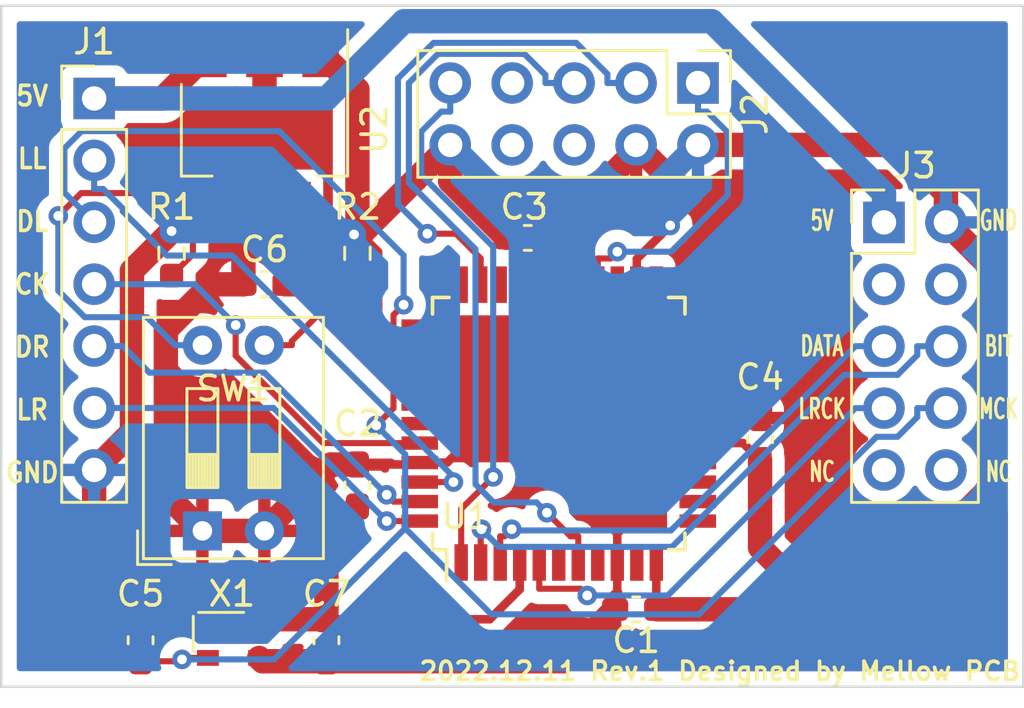
<source format=kicad_pcb>
(kicad_pcb (version 20211014) (generator pcbnew)
  (layers (0 "F.Cu" signal) (31 "B.Cu" signal) (34 "B.Paste" user) (35 "F.Paste" user) (36 "B.SilkS" user "B.Silkscreen") (37 "F.SilkS" user "F.Silkscreen") (38 "B.Mask" user) (39 "F.Mask" user) (44 "Edge.Cuts" user))
  (net 0 "")
  (net 1 "+3.3V")
  (net 2 "GND")
  (net 3 "/I2S_MCK")
  (net 4 "+5V")
  (net 5 "/LL")
  (net 6 "/DL")
  (net 7 "/CK")
  (net 8 "/DR")
  (net 9 "/LR")
  (net 10 "/TCK")
  (net 11 "/TDO")
  (net 12 "/TMS")
  (net 16 "/TDI")
  (net 17 "/I2S_CLK")
  (net 18 "/I2S_DT")
  (net 19 "/I2S_LR")
  (net 21 "/DIP1")
  (net 22 "/DIP2")
  (net 46 "Net-(R1-Pad1)")
  (net 47 "Net-(R2-Pad1)")
  (footprint "Capacitor_SMD:C_0603_1608Metric_Pad1.08x0.95mm_HandSolder" (layer "F.Cu") (at 84.455 105.41 -90)
    (fp_text reference "C2" (at -2.54 0 -180) (layer "F.SilkS"))
    (fp_text value "0.1uF")
    (fp_line (start -0.146267 0.51) (end 0.146267 0.51) (layer "F.SilkS") (width 0.12))
    (fp_line (start -0.146267 -0.51) (end 0.146267 -0.51) (layer "F.SilkS") (width 0.12))
    (pad "1" smd roundrect (at -0.8625 0 270) (size 1.075 0.95) (layers "F.Cu" "F.Paste" "F.Mask") (net 1 "+3.3V"))
    (pad "2" smd roundrect (at 0.8625 0 270) (size 1.075 0.95) (layers "F.Cu" "F.Paste" "F.Mask") (net 2 "GND"))
  )
  (footprint "Capacitor_SMD:C_0603_1608Metric_Pad1.08x0.95mm_HandSolder" (layer "F.Cu") (at 80.645 97.155)
    (fp_text reference "C6" (at 0 -1.43) (layer "F.SilkS"))
    (fp_text value "C")
    (fp_line (start -0.146267 -0.51) (end 0.146267 -0.51) (layer "F.SilkS") (width 0.12))
    (fp_line (start -0.146267 0.51) (end 0.146267 0.51) (layer "F.SilkS") (width 0.12))
    (pad "1" smd roundrect (at -0.8625 0) (size 1.075 0.95) (layers "F.Cu" "F.Paste" "F.Mask") (net 1 "+3.3V"))
    (pad "2" smd roundrect (at 0.8625 0) (size 1.075 0.95) (layers "F.Cu" "F.Paste" "F.Mask") (net 2 "GND"))
  )
  (footprint "Package_QFP:TQFP-44_10x10mm_P0.8mm" (layer "F.Cu") (at 92.71 102.87 90)
    (fp_text reference "U1" (at -3.81 -3.81 180) (layer "F.SilkS"))
    (fp_text value "EPM3064A(TQFP)")
    (fp_line (start 5.175 5.175) (end 4.5 5.175) (layer "F.SilkS") (width 0.15))
    (fp_line (start 5.175 -5.175) (end 5.175 -4.5) (layer "F.SilkS") (width 0.15))
    (fp_line (start -5.175 -5.175) (end -4.5 -5.175) (layer "F.SilkS") (width 0.15))
    (fp_line (start -5.175 -5.175) (end -5.175 -4.6) (layer "F.SilkS") (width 0.15))
    (fp_line (start -5.175 5.175) (end -5.175 4.5) (layer "F.SilkS") (width 0.15))
    (fp_line (start 5.175 5.175) (end 5.175 4.5) (layer "F.SilkS") (width 0.15))
    (fp_line (start 5.175 -5.175) (end 4.5 -5.175) (layer "F.SilkS") (width 0.15))
    (fp_line (start -5.175 -4.6) (end -6.45 -4.6) (layer "F.SilkS") (width 0.15))
    (fp_line (start -5.175 5.175) (end -4.5 5.175) (layer "F.SilkS") (width 0.15))
    (pad "1" smd rect (at -5.7 -4 90) (size 1.5 0.55) (layers "F.Cu" "F.Paste" "F.Mask") (net 16 "/TDI"))
    (pad "2" smd rect (at -5.7 -3.2 90) (size 1.5 0.55) (layers "F.Cu" "F.Paste" "F.Mask") (net 17 "/I2S_CLK"))
    (pad "3" smd rect (at -5.7 -2.4 90) (size 1.5 0.55) (layers "F.Cu" "F.Paste" "F.Mask") (net 18 "/I2S_DT"))
    (pad "4" smd rect (at -5.7 -1.6 90) (size 1.5 0.55) (layers "F.Cu" "F.Paste" "F.Mask") (net 2 "GND"))
    (pad "5" smd rect (at -5.7 -0.8 90) (size 1.5 0.55) (layers "F.Cu" "F.Paste" "F.Mask") (net 19 "/I2S_LR"))
    (pad "6" smd rect (at -5.7 0 90) (size 1.5 0.55) (layers "F.Cu" "F.Paste" "F.Mask"))
    (pad "7" smd rect (at -5.7 0.8 90) (size 1.5 0.55) (layers "F.Cu" "F.Paste" "F.Mask") (net 12 "/TMS"))
    (pad "8" smd rect (at -5.7 1.6 90) (size 1.5 0.55) (layers "F.Cu" "F.Paste" "F.Mask") (net 21 "/DIP1"))
    (pad "9" smd rect (at -5.7 2.4 90) (size 1.5 0.55) (layers "F.Cu" "F.Paste" "F.Mask") (net 1 "+3.3V"))
    (pad "10" smd rect (at -5.7 3.2 90) (size 1.5 0.55) (layers "F.Cu" "F.Paste" "F.Mask") (net 22 "/DIP2"))
    (pad "11" smd rect (at -5.7 4 90) (size 1.5 0.55) (layers "F.Cu" "F.Paste" "F.Mask") (net 2 "GND"))
    (pad "12" smd rect (at -4 5.7 180) (size 1.5 0.55) (layers "F.Cu" "F.Paste" "F.Mask"))
    (pad "13" smd rect (at -3.2 5.7 180) (size 1.5 0.55) (layers "F.Cu" "F.Paste" "F.Mask"))
    (pad "14" smd rect (at -2.4 5.7 180) (size 1.5 0.55) (layers "F.Cu" "F.Paste" "F.Mask"))
    (pad "15" smd rect (at -1.6 5.7 180) (size 1.5 0.55) (layers "F.Cu" "F.Paste" "F.Mask"))
    (pad "16" smd rect (at -0.8 5.7 180) (size 1.5 0.55) (layers "F.Cu" "F.Paste" "F.Mask") (net 2 "GND"))
    (pad "17" smd rect (at 0 5.7 180) (size 1.5 0.55) (layers "F.Cu" "F.Paste" "F.Mask") (net 1 "+3.3V"))
    (pad "18" smd rect (at 0.8 5.7 180) (size 1.5 0.55) (layers "F.Cu" "F.Paste" "F.Mask"))
    (pad "19" smd rect (at 1.6 5.7 180) (size 1.5 0.55) (layers "F.Cu" "F.Paste" "F.Mask"))
    (pad "20" smd rect (at 2.4 5.7 180) (size 1.5 0.55) (layers "F.Cu" "F.Paste" "F.Mask"))
    (pad "21" smd rect (at 3.2 5.7 180) (size 1.5 0.55) (layers "F.Cu" "F.Paste" "F.Mask"))
    (pad "22" smd rect (at 4 5.7 180) (size 1.5 0.55) (layers "F.Cu" "F.Paste" "F.Mask"))
    (pad "23" smd rect (at 5.7 4 90) (size 1.5 0.55) (layers "F.Cu" "F.Paste" "F.Mask"))
    (pad "24" smd rect (at 5.7 3.2 90) (size 1.5 0.55) (layers "F.Cu" "F.Paste" "F.Mask") (net 2 "GND"))
    (pad "25" smd rect (at 5.7 2.4 90) (size 1.5 0.55) (layers "F.Cu" "F.Paste" "F.Mask"))
    (pad "26" smd rect (at 5.7 1.6 90) (size 1.5 0.55) (layers "F.Cu" "F.Paste" "F.Mask") (net 10 "/TCK"))
    (pad "27" smd rect (at 5.7 0.8 90) (size 1.5 0.55) (layers "F.Cu" "F.Paste" "F.Mask"))
    (pad "28" smd rect (at 5.7 0 90) (size 1.5 0.55) (layers "F.Cu" "F.Paste" "F.Mask"))
    (pad "29" smd rect (at 5.7 -0.8 90) (size 1.5 0.55) (layers "F.Cu" "F.Paste" "F.Mask") (net 1 "+3.3V"))
    (pad "30" smd rect (at 5.7 -1.6 90) (size 1.5 0.55) (layers "F.Cu" "F.Paste" "F.Mask") (net 2 "GND"))
    (pad "31" smd rect (at 5.7 -2.4 90) (size 1.5 0.55) (layers "F.Cu" "F.Paste" "F.Mask"))
    (pad "32" smd rect (at 5.7 -3.2 90) (size 1.5 0.55) (layers "F.Cu" "F.Paste" "F.Mask") (net 11 "/TDO"))
    (pad "33" smd rect (at 5.7 -4 90) (size 1.5 0.55) (layers "F.Cu" "F.Paste" "F.Mask"))
    (pad "34" smd rect (at 4 -5.7 180) (size 1.5 0.55) (layers "F.Cu" "F.Paste" "F.Mask"))
    (pad "35" smd rect (at 3.2 -5.7 180) (size 1.5 0.55) (layers "F.Cu" "F.Paste" "F.Mask") (net 6 "/DL"))
    (pad "36" smd rect (at 2.4 -5.7 180) (size 1.5 0.55) (layers "F.Cu" "F.Paste" "F.Mask") (net 2 "GND"))
    (pad "37" smd rect (at 1.6 -5.7 180) (size 1.5 0.55) (layers "F.Cu" "F.Paste" "F.Mask") (net 3 "/I2S_MCK"))
    (pad "38" smd rect (at 0.8 -5.7 180) (size 1.5 0.55) (layers "F.Cu" "F.Paste" "F.Mask"))
    (pad "39" smd rect (at 0 -5.7 180) (size 1.5 0.55) (layers "F.Cu" "F.Paste" "F.Mask"))
    (pad "40" smd rect (at -0.8 -5.7 180) (size 1.5 0.55) (layers "F.Cu" "F.Paste" "F.Mask") (net 7 "/CK"))
    (pad "41" smd rect (at -1.6 -5.7 180) (size 1.5 0.55) (layers "F.Cu" "F.Paste" "F.Mask") (net 1 "+3.3V"))
    (pad "42" smd rect (at -2.4 -5.7 180) (size 1.5 0.55) (layers "F.Cu" "F.Paste" "F.Mask") (net 5 "/LL"))
    (pad "43" smd rect (at -3.2 -5.7 180) (size 1.5 0.55) (layers "F.Cu" "F.Paste" "F.Mask") (net 8 "/DR"))
    (pad "44" smd rect (at -4 -5.7 180) (size 1.5 0.55) (layers "F.Cu" "F.Paste" "F.Mask") (net 9 "/LR"))
  )
  (footprint "Connector_PinHeader_2.54mm:PinHeader_2x05_P2.54mm_Vertical" (layer "F.Cu") (at 98.42 88.895 -90)
    (fp_text reference "J2" (at 1.27 -2.33 90) (layer "F.SilkS"))
    (fp_text value "JTAG")
    (fp_line (start 1.27 -1.33) (end 3.87 -1.33) (layer "F.SilkS") (width 0.12))
    (fp_line (start 3.87 -1.33) (end 3.87 11.49) (layer "F.SilkS") (width 0.12))
    (fp_line (start -1.33 1.27) (end 1.27 1.27) (layer "F.SilkS") (width 0.12))
    (fp_line (start -1.33 11.49) (end 3.87 11.49) (layer "F.SilkS") (width 0.12))
    (fp_line (start -1.33 -1.33) (end 0 -1.33) (layer "F.SilkS") (width 0.12))
    (fp_line (start 1.27 1.27) (end 1.27 -1.33) (layer "F.SilkS") (width 0.12))
    (fp_line (start -1.33 1.27) (end -1.33 11.49) (layer "F.SilkS") (width 0.12))
    (fp_line (start -1.33 0) (end -1.33 -1.33) (layer "F.SilkS") (width 0.12))
    (pad "1" thru_hole rect (at 0 0 270) (size 1.7 1.7) (drill 1) (layers *.Cu *.Mask) (net 10 "/TCK"))
    (pad "2" thru_hole oval (at 2.54 0 270) (size 1.7 1.7) (drill 1) (layers *.Cu *.Mask) (net 2 "GND"))
    (pad "3" thru_hole oval (at 0 2.54 270) (size 1.7 1.7) (drill 1) (layers *.Cu *.Mask) (net 11 "/TDO"))
    (pad "4" thru_hole oval (at 2.54 2.54 270) (size 1.7 1.7) (drill 1) (layers *.Cu *.Mask) (net 1 "+3.3V"))
    (pad "5" thru_hole oval (at 0 5.08 270) (size 1.7 1.7) (drill 1) (layers *.Cu *.Mask) (net 12 "/TMS"))
    (pad "6" thru_hole oval (at 2.54 5.08 270) (size 1.7 1.7) (drill 1) (layers *.Cu *.Mask))
    (pad "7" thru_hole oval (at 0 7.62 270) (size 1.7 1.7) (drill 1) (layers *.Cu *.Mask))
    (pad "8" thru_hole oval (at 2.54 7.62 270) (size 1.7 1.7) (drill 1) (layers *.Cu *.Mask))
    (pad "9" thru_hole oval (at 0 10.16 270) (size 1.7 1.7) (drill 1) (layers *.Cu *.Mask) (net 16 "/TDI"))
    (pad "10" thru_hole oval (at 2.54 10.16 270) (size 1.7 1.7) (drill 1) (layers *.Cu *.Mask) (net 2 "GND"))
  )
  (footprint "Capacitor_SMD:C_0603_1608Metric_Pad1.08x0.95mm_HandSolder" (layer "F.Cu") (at 91.44 95.25 180)
    (fp_text reference "C3" (at 0.146267 1.27) (layer "F.SilkS"))
    (fp_text value "0.1uF")
    (fp_line (start -0.146267 -0.51) (end 0.146267 -0.51) (layer "F.SilkS") (width 0.12))
    (fp_line (start -0.146267 0.51) (end 0.146267 0.51) (layer "F.SilkS") (width 0.12))
    (pad "1" smd roundrect (at -0.8625 0 180) (size 1.075 0.95) (layers "F.Cu" "F.Paste" "F.Mask") (net 1 "+3.3V"))
    (pad "2" smd roundrect (at 0.8625 0 180) (size 1.075 0.95) (layers "F.Cu" "F.Paste" "F.Mask") (net 2 "GND"))
  )
  (footprint "Button_Switch_THT:SW_DIP_SPSTx02_Slide_9.78x7.26mm_W7.62mm_P2.54mm" (layer "F.Cu") (at 78.1 107.2725 90)
    (fp_text reference "SW1" (at 5.84 1.275 180) (layer "F.SilkS"))
    (fp_text value "MODE")
    (fp_line (start -1.38 -2.66) (end -1.38 -1.277) (layer "F.SilkS") (width 0.12))
    (fp_line (start 5.84 0.635) (end 5.84 -0.635) (layer "F.SilkS") (width 0.12))
    (fp_line (start 1.78 2.145) (end 3.133333 2.145) (layer "F.SilkS") (width 0.12))
    (fp_line (start 1.78 0.635) (end 5.84 0.635) (layer "F.SilkS") (width 0.12))
    (fp_line (start 1.78 3.175) (end 5.84 3.175) (layer "F.SilkS") (width 0.12))
    (fp_line (start 1.78 2.625) (end 3.133333 2.625) (layer "F.SilkS") (width 0.12))
    (fp_line (start 1.78 -0.155) (end 3.133333 -0.155) (layer "F.SilkS") (width 0.12))
    (fp_line (start 1.78 2.505) (end 3.133333 2.505) (layer "F.SilkS") (width 0.12))
    (fp_line (start 1.78 -0.515) (end 3.133333 -0.515) (layer "F.SilkS") (width 0.12))
    (fp_line (start 1.78 2.025) (end 3.133333 2.025) (layer "F.SilkS") (width 0.12))
    (fp_line (start 1.78 2.265) (end 3.133333 2.265) (layer "F.SilkS") (width 0.12))
    (fp_line (start 1.78 -0.635) (end 1.78 0.635) (layer "F.SilkS") (width 0.12))
    (fp_line (start 1.78 2.745) (end 3.133333 2.745) (layer "F.SilkS") (width 0.12))
    (fp_line (start 5.84 3.175) (end 5.84 1.905) (layer "F.SilkS") (width 0.12))
    (fp_line (start 1.78 -0.035) (end 3.133333 -0.035) (layer "F.SilkS") (width 0.12))
    (fp_line (start -1.14 4.96) (end 8.76 4.96) (layer "F.SilkS") (width 0.12))
    (fp_line (start 3.133333 1.905) (end 3.133333 3.175) (layer "F.SilkS") (width 0.12))
    (fp_line (start 1.78 -0.395) (end 3.133333 -0.395) (layer "F.SilkS") (width 0.12))
    (fp_line (start 1.78 0.565) (end 3.133333 0.565) (layer "F.SilkS") (width 0.12))
    (fp_line (start 8.76 -2.42) (end 8.76 4.96) (layer "F.SilkS") (width 0.12))
    (fp_line (start 1.78 2.985) (end 3.133333 2.985) (layer "F.SilkS") (width 0.12))
    (fp_line (start 1.78 0.445) (end 3.133333 0.445) (layer "F.SilkS") (width 0.12))
    (fp_line (start -1.14 -2.42) (end 8.76 -2.42) (layer "F.SilkS") (width 0.12))
    (fp_line (start 1.78 -0.275) (end 3.133333 -0.275) (layer "F.SilkS") (width 0.12))
    (fp_line (start -1.14 -2.42) (end -1.14 4.96) (layer "F.SilkS") (width 0.12))
    (fp_line (start 1.78 1.905) (end 1.78 3.175) (layer "F.SilkS") (width 0.12))
    (fp_line (start 1.78 2.385) (end 3.133333 2.385) (layer "F.SilkS") (width 0.12))
    (fp_line (start 1.78 2.865) (end 3.133333 2.865) (layer "F.SilkS") (width 0.12))
    (fp_line (start 1.78 0.205) (end 3.133333 0.205) (layer "F.SilkS") (width 0.12))
    (fp_line (start 1.78 0.325) (end 3.133333 0.325) (layer "F.SilkS") (width 0.12))
    (fp_line (start 3.133333 -0.635) (end 3.133333 0.635) (layer "F.SilkS") (width 0.12))
    (fp_line (start 1.78 0.085) (end 3.133333 0.085) (layer "F.SilkS") (width 0.12))
    (fp_line (start -1.38 -2.66) (end 0.004 -2.66) (layer "F.SilkS") (width 0.12))
    (fp_line (start 5.84 -0.635) (end 1.78 -0.635) (layer "F.SilkS") (width 0.12))
    (fp_line (start 1.78 3.105) (end 3.133333 3.105) (layer "F.SilkS") (width 0.12))
    (fp_line (start 5.84 1.905) (end 1.78 1.905) (layer "F.SilkS") (width 0.12))
    (pad "1" thru_hole rect (at 0 0 90) (size 1.6 1.6) (drill 0.8) (layers *.Cu *.Mask) (net 1 "+3.3V"))
    (pad "2" thru_hole oval (at 0 2.54 90) (size 1.6 1.6) (drill 0.8) (layers *.Cu *.Mask) (net 1 "+3.3V"))
    (pad "3" thru_hole oval (at 7.62 2.54 90) (size 1.6 1.6) (drill 0.8) (layers *.Cu *.Mask) (net 47 "Net-(R2-Pad1)"))
    (pad "4" thru_hole oval (at 7.62 0 90) (size 1.6 1.6) (drill 0.8) (layers *.Cu *.Mask) (net 46 "Net-(R1-Pad1)"))
  )
  (footprint "Resistor_SMD:R_0603_1608Metric_Pad0.98x0.95mm_HandSolder" (layer "F.Cu") (at 84.455 95.885 90)
    (fp_text reference "R2" (at 1.905 0 180) (layer "F.SilkS"))
    (fp_text value "10k")
    (fp_line (start -0.254724 0.5225) (end 0.254724 0.5225) (layer "F.SilkS") (width 0.12))
    (fp_line (start -0.254724 -0.5225) (end 0.254724 -0.5225) (layer "F.SilkS") (width 0.12))
    (pad "1" smd roundrect (at -0.9125 0 90) (size 0.975 0.95) (layers "F.Cu" "F.Paste" "F.Mask") (net 47 "Net-(R2-Pad1)"))
    (pad "2" smd roundrect (at 0.9125 0 90) (size 0.975 0.95) (layers "F.Cu" "F.Paste" "F.Mask") (net 2 "GND"))
  )
  (footprint "Capacitor_SMD:C_0603_1608Metric_Pad1.08x0.95mm_HandSolder" (layer "F.Cu") (at 95.885 110.49)
    (fp_text reference "C1" (at 0 1.27) (layer "F.SilkS"))
    (fp_text value "0.1uF")
    (fp_line (start -0.146267 0.51) (end 0.146267 0.51) (layer "F.SilkS") (width 0.12))
    (fp_line (start -0.146267 -0.51) (end 0.146267 -0.51) (layer "F.SilkS") (width 0.12))
    (pad "1" smd roundrect (at -0.8625 0) (size 1.075 0.95) (layers "F.Cu" "F.Paste" "F.Mask") (net 1 "+3.3V"))
    (pad "2" smd roundrect (at 0.8625 0) (size 1.075 0.95) (layers "F.Cu" "F.Paste" "F.Mask") (net 2 "GND"))
  )
  (footprint "toyoshim:SMD_OSC_3.2x2.5" (layer "F.Cu") (at 79.375 111.76)
    (fp_text reference "X1" (at -0.0685 -1.905) (layer "F.SilkS"))
    (fp_text value "22.5792MHz")
    (fp_line (start -1.433 -1.143) (end 0.417 -1.143) (layer "F.SilkS") (width 0.12))
    (fp_line (start -1.651 -0.979) (end -1.651 0.471) (layer "F.SilkS") (width 0.12))
    (pad "1" smd rect (at -1.05 -0.725 180) (size 0.9 0.65) (layers "F.Cu" "F.Paste" "F.Mask"))
    (pad "2" smd rect (at 1.05 -0.725 180) (size 0.9 0.65) (layers "F.Cu" "F.Paste" "F.Mask") (net 2 "GND"))
    (pad "3" smd rect (at -1.05 0.725 180) (size 0.9 0.65) (layers "F.Cu" "F.Paste" "F.Mask") (net 3 "/I2S_MCK"))
    (pad "4" smd rect (at 1.05 0.725 180) (size 0.9 0.65) (layers "F.Cu" "F.Paste" "F.Mask") (net 1 "+3.3V"))
  )
  (footprint "Connector_PinHeader_2.54mm:PinHeader_1x07_P2.54mm_Vertical" (layer "F.Cu") (at 73.66 89.53)
    (fp_text reference "J1" (at 0 -2.33) (layer "F.SilkS"))
    (fp_text value "054986")
    (fp_line (start -1.33 1.27) (end 1.33 1.27) (layer "F.SilkS") (width 0.12))
    (fp_line (start 1.33 1.27) (end 1.33 16.57) (layer "F.SilkS") (width 0.12))
    (fp_line (start -1.33 0) (end -1.33 -1.33) (layer "F.SilkS") (width 0.12))
    (fp_line (start -1.33 1.27) (end -1.33 16.57) (layer "F.SilkS") (width 0.12))
    (fp_line (start -1.33 -1.33) (end 0 -1.33) (layer "F.SilkS") (width 0.12))
    (fp_line (start -1.33 16.57) (end 1.33 16.57) (layer "F.SilkS") (width 0.12))
    (pad "1" thru_hole rect (at 0 0) (size 1.7 1.7) (drill 1) (layers *.Cu *.Mask) (net 4 "+5V"))
    (pad "2" thru_hole oval (at 0 2.54) (size 1.7 1.7) (drill 1) (layers *.Cu *.Mask) (net 5 "/LL"))
    (pad "3" thru_hole oval (at 0 5.08) (size 1.7 1.7) (drill 1) (layers *.Cu *.Mask) (net 6 "/DL"))
    (pad "4" thru_hole oval (at 0 7.62) (size 1.7 1.7) (drill 1) (layers *.Cu *.Mask) (net 7 "/CK"))
    (pad "5" thru_hole oval (at 0 10.16) (size 1.7 1.7) (drill 1) (layers *.Cu *.Mask) (net 8 "/DR"))
    (pad "6" thru_hole oval (at 0 12.7) (size 1.7 1.7) (drill 1) (layers *.Cu *.Mask) (net 9 "/LR"))
    (pad "7" thru_hole oval (at 0 15.24) (size 1.7 1.7) (drill 1) (layers *.Cu *.Mask) (net 2 "GND"))
  )
  (footprint "Resistor_SMD:R_0603_1608Metric_Pad0.98x0.95mm_HandSolder" (layer "F.Cu") (at 76.835 95.885 90)
    (fp_text reference "R1" (at 1.905 0 180) (layer "F.SilkS"))
    (fp_text value "10k")
    (fp_line (start -0.254724 0.5225) (end 0.254724 0.5225) (layer "F.SilkS") (width 0.12))
    (fp_line (start -0.254724 -0.5225) (end 0.254724 -0.5225) (layer "F.SilkS") (width 0.12))
    (pad "1" smd roundrect (at -0.9125 0 90) (size 0.975 0.95) (layers "F.Cu" "F.Paste" "F.Mask") (net 46 "Net-(R1-Pad1)"))
    (pad "2" smd roundrect (at 0.9125 0 90) (size 0.975 0.95) (layers "F.Cu" "F.Paste" "F.Mask") (net 2 "GND"))
  )
  (footprint "Connector_PinHeader_2.54mm:PinHeader_2x05_P2.54mm_Vertical" (layer "F.Cu") (at 106.045 94.615)
    (fp_text reference "J3" (at 1.27 -2.33) (layer "F.SilkS"))
    (fp_text value "I2S")
    (fp_line (start -1.33 -1.33) (end 0 -1.33) (layer "F.SilkS") (width 0.12))
    (fp_line (start 1.27 1.27) (end 1.27 -1.33) (layer "F.SilkS") (width 0.12))
    (fp_line (start -1.33 1.27) (end -1.33 11.49) (layer "F.SilkS") (width 0.12))
    (fp_line (start 1.27 -1.33) (end 3.87 -1.33) (layer "F.SilkS") (width 0.12))
    (fp_line (start -1.33 11.49) (end 3.87 11.49) (layer "F.SilkS") (width 0.12))
    (fp_line (start -1.33 0) (end -1.33 -1.33) (layer "F.SilkS") (width 0.12))
    (fp_line (start -1.33 1.27) (end 1.27 1.27) (layer "F.SilkS") (width 0.12))
    (fp_line (start 3.87 -1.33) (end 3.87 11.49) (layer "F.SilkS") (width 0.12))
    (pad "1" thru_hole rect (at 0 0) (size 1.7 1.7) (drill 1) (layers *.Cu *.Mask) (net 4 "+5V"))
    (pad "2" thru_hole oval (at 2.54 0) (size 1.7 1.7) (drill 1) (layers *.Cu *.Mask) (net 2 "GND"))
    (pad "3" thru_hole oval (at 0 2.54) (size 1.7 1.7) (drill 1) (layers *.Cu *.Mask))
    (pad "4" thru_hole oval (at 2.54 2.54) (size 1.7 1.7) (drill 1) (layers *.Cu *.Mask))
    (pad "5" thru_hole oval (at 0 5.08) (size 1.7 1.7) (drill 1) (layers *.Cu *.Mask) (net 18 "/I2S_DT"))
    (pad "6" thru_hole oval (at 2.54 5.08) (size 1.7 1.7) (drill 1) (layers *.Cu *.Mask) (net 17 "/I2S_CLK"))
    (pad "7" thru_hole oval (at 0 7.62) (size 1.7 1.7) (drill 1) (layers *.Cu *.Mask) (net 19 "/I2S_LR"))
    (pad "8" thru_hole oval (at 2.54 7.62) (size 1.7 1.7) (drill 1) (layers *.Cu *.Mask) (net 3 "/I2S_MCK"))
    (pad "9" thru_hole oval (at 0 10.16) (size 1.7 1.7) (drill 1) (layers *.Cu *.Mask))
    (pad "10" thru_hole oval (at 2.54 10.16) (size 1.7 1.7) (drill 1) (layers *.Cu *.Mask))
  )
  (footprint "Package_TO_SOT_SMD:SOT-223-3_TabPin2" (layer "F.Cu") (at 80.645 90.805 -90)
    (fp_text reference "U2" (at 0 -4.5 90) (layer "F.SilkS"))
    (fp_text value "AMS1117-3.3")
    (fp_line (start 1.91 -3.41) (end 1.91 -2.15) (layer "F.SilkS") (width 0.12))
    (fp_line (start -4.1 -3.41) (end 1.91 -3.41) (layer "F.SilkS") (width 0.12))
    (fp_line (start -1.85 3.41) (end 1.91 3.41) (layer "F.SilkS") (width 0.12))
    (fp_line (start 1.91 3.41) (end 1.91 2.15) (layer "F.SilkS") (width 0.12))
    (pad "1" smd rect (at -3.15 -2.3 270) (size 2 1.5) (layers "F.Cu" "F.Paste" "F.Mask") (net 2 "GND"))
    (pad "2" smd rect (at -3.15 0 270) (size 2 1.5) (layers "F.Cu" "F.Paste" "F.Mask") (net 1 "+3.3V"))
    (pad "2" smd rect (at 3.15 0 270) (size 2 3.8) (layers "F.Cu" "F.Paste" "F.Mask") (net 1 "+3.3V"))
    (pad "3" smd rect (at -3.15 2.3 270) (size 2 1.5) (layers "F.Cu" "F.Paste" "F.Mask") (net 4 "+5V"))
  )
  (footprint "Capacitor_SMD:C_0603_1608Metric_Pad1.08x0.95mm_HandSolder" (layer "F.Cu") (at 83.185 111.76 90)
    (fp_text reference "C7" (at 1.905 0 180) (layer "F.SilkS"))
    (fp_text value "C")
    (fp_line (start -0.146267 0.51) (end 0.146267 0.51) (layer "F.SilkS") (width 0.12))
    (fp_line (start -0.146267 -0.51) (end 0.146267 -0.51) (layer "F.SilkS") (width 0.12))
    (pad "1" smd roundrect (at -0.8625 0 90) (size 1.075 0.95) (layers "F.Cu" "F.Paste" "F.Mask") (net 1 "+3.3V"))
    (pad "2" smd roundrect (at 0.8625 0 90) (size 1.075 0.95) (layers "F.Cu" "F.Paste" "F.Mask") (net 2 "GND"))
  )
  (footprint "Capacitor_SMD:C_0603_1608Metric_Pad1.08x0.95mm_HandSolder" (layer "F.Cu") (at 75.565 111.76 90)
    (fp_text reference "C5" (at 1.905 0 180) (layer "F.SilkS"))
    (fp_text value "15pF")
    (fp_line (start -0.146267 0.51) (end 0.146267 0.51) (layer "F.SilkS") (width 0.12))
    (fp_line (start -0.146267 -0.51) (end 0.146267 -0.51) (layer "F.SilkS") (width 0.12))
    (pad "1" smd roundrect (at -0.8625 0 90) (size 1.075 0.95) (layers "F.Cu" "F.Paste" "F.Mask") (net 3 "/I2S_MCK"))
    (pad "2" smd roundrect (at 0.8625 0 90) (size 1.075 0.95) (layers "F.Cu" "F.Paste" "F.Mask") (net 2 "GND"))
  )
  (footprint "Capacitor_SMD:C_0603_1608Metric_Pad1.08x0.95mm_HandSolder" (layer "F.Cu") (at 100.965 103.505 -90)
    (fp_text reference "C4" (at -2.54 0 180) (layer "F.SilkS"))
    (fp_text value "0.1uF")
    (fp_line (start -0.146267 -0.51) (end 0.146267 -0.51) (layer "F.SilkS") (width 0.12))
    (fp_line (start -0.146267 0.51) (end 0.146267 0.51) (layer "F.SilkS") (width 0.12))
    (pad "1" smd roundrect (at -0.8625 0 270) (size 1.075 0.95) (layers "F.Cu" "F.Paste" "F.Mask") (net 1 "+3.3V"))
    (pad "2" smd roundrect (at 0.8625 0 270) (size 1.075 0.95) (layers "F.Cu" "F.Paste" "F.Mask") (net 2 "GND"))
  )
  (gr_line (start 111.76 85.725) (end 111.76 113.665) (layer "Edge.Cuts") (width 0.1))
  (gr_line (start 69.85 113.665) (end 69.85 85.725) (layer "Edge.Cuts") (width 0.1))
  (gr_line (start 69.85 85.725) (end 111.76 85.725) (layer "Edge.Cuts") (width 0.1))
  (gr_line (start 111.76 113.665) (end 69.85 113.665) (layer "Edge.Cuts") (width 0.1))
  (gr_text "5V\n\n\n\nDATA\n\nLRCK\n\nNC" (at 103.505 99.695) (layer "F.SilkS") (effects (font (size 0.8 0.5) (thickness 0.125))))
  (gr_text "2022.12.11 Rev.1 Designed by Mellow PCB" (at 99.314 113.03) (layer "F.SilkS") (effects (font (size 0.75 0.75))))
  (gr_text "5V\n\nLL\n\nDL\n\nCK\n\nDR\n\nLR\n\nGND" (at 71.12 97.155) (layer "F.SilkS") (effects (font (size 0.8 0.7))))
  (gr_text "GND\n\n\n\nBIT\n\nMCK\n\nNC" (at 110.744 99.695) (layer "F.SilkS") (effects (font (size 0.8 0.5) (thickness 0.125))))
  (segment (start 97.31 102.87) (end 95.71 104.47) (width 0.35) (layer "F.Cu") (net 1))
  (segment (start 78.1 107.272) (end 80.6395 107.272) (width 1) (layer "F.Cu") (net 1))
  (segment (start 95.0225 110.49) (end 92.89 112.622) (width 1) (layer "F.Cu") (net 1))
  (segment (start 95.71 104.47) (end 95.525 104.285) (width 0.35) (layer "F.Cu") (net 1))
  (segment (start 100.8515 102.756) (end 100.965 102.642) (width 0.35) (layer "F.Cu") (net 1))
  (segment (start 83.1855 112.622) (end 83.185 112.6225) (width 0.35) (layer "F.Cu") (net 1))
  (segment (start 80.645 93.955) (end 79.7825 94.8175) (width 1) (layer "F.Cu") (net 1))
  (segment (start 95.88 91.6725) (end 92.3025 95.25) (width 1) (layer "F.Cu") (net 1))
  (segment (start 98.41 102.87) (end 100.738 102.87) (width 0.35) (layer "F.Cu") (net 1))
  (segment (start 80.6395 107.272) (end 80.64 107.2725) (width 0.35) (layer "F.Cu") (net 1))
  (segment (start 95.11 105.07) (end 95.11 108.57) (width 0.35) (layer "F.Cu") (net 1))
  (segment (start 79.7825 94.8175) (end 79.7825 97.155) (width 1) (layer "F.Cu") (net 1))
  (segment (start 95.71 104.47) (end 95.11 105.07) (width 0.35) (layer "F.Cu") (net 1))
  (segment (start 87.01 104.47) (end 88.1353 104.47) (width 0.35) (layer "F.Cu") (net 1))
  (segment (start 95.88 91.435) (end 100.965 96.52) (width 1) (layer "F.Cu") (net 1))
  (segment (start 100.965 96.52) (end 100.965 102.642) (width 1) (layer "F.Cu") (net 1))
  (segment (start 84.4555 104.548) (end 84.455 104.5475) (width 0.35) (layer "F.Cu") (net 1))
  (segment (start 95.88 91.435) (end 95.88 91.6725) (width 1) (layer "F.Cu") (net 1))
  (segment (start 80.64 107.272) (end 83.365 104.548) (width 1) (layer "F.Cu") (net 1))
  (segment (start 84.4555 104.548) (end 86.9325 104.548) (width 0.35) (layer "F.Cu") (net 1))
  (segment (start 80.645 87.655) (end 80.645 93.955) (width 1) (layer "F.Cu") (net 1))
  (segment (start 76.6 99.0312) (end 76.6 105.772) (width 1) (layer "F.Cu") (net 1))
  (segment (start 78.4762 97.155) (end 76.6 99.0312) (width 1) (layer "F.Cu") (net 1))
  (segment (start 80.5625 112.622) (end 80.425 112.485) (width 1) (layer "F.Cu") (net 1))
  (segment (start 86.9325 104.548) (end 87.01 104.47) (width 0.35) (layer "F.Cu") (net 1))
  (segment (start 95.525 104.285) (end 88.3203 104.285) (width 0.35) (layer "F.Cu") (net 1))
  (segment (start 91.91 95.6425) (end 92.3025 95.25) (width 0.35) (layer "F.Cu") (net 1))
  (segment (start 76.6 105.772) (end 78.1 107.272) (width 1) (layer "F.Cu") (net 1))
  (segment (start 83.1855 112.622) (end 80.5625 112.622) (width 1) (layer "F.Cu") (net 1))
  (segment (start 88.3203 104.285) (end 88.1353 104.47) (width 0.35) (layer "F.Cu") (net 1))
  (segment (start 100.738 102.87) (end 100.8515 102.756) (width 0.35) (layer "F.Cu") (net 1))
  (segment (start 79.7825 97.155) (end 78.4762 97.155) (width 1) (layer "F.Cu") (net 1))
  (segment (start 91.91 97.17) (end 91.91 95.6425) (width 0.35) (layer "F.Cu") (net 1))
  (segment (start 80.6395 107.272) (end 80.64 107.272) (width 1) (layer "F.Cu") (net 1))
  (segment (start 100.8515 102.756) (end 100.965 102.6425) (width 0.35) (layer "F.Cu") (net 1))
  (segment (start 95.11 108.57) (end 95.11 110.402) (width 0.35) (layer "F.Cu") (net 1))
  (segment (start 98.41 102.87) (end 97.31 102.87) (width 0.35) (layer "F.Cu") (net 1))
  (segment (start 83.365 104.548) (end 84.455 104.548) (width 1) (layer "F.Cu") (net 1))
  (segment (start 95.11 110.402) (end 95.0225 110.49) (width 0.35) (layer "F.Cu") (net 1))
  (segment (start 92.89 112.622) (end 83.1855 112.622) (width 1) (layer "F.Cu") (net 1))
  (segment (start 78.1 107.272) (end 78.1 107.2725) (width 0.35) (layer "F.Cu") (net 1))
  (segment (start 84.455 104.548) (end 84.4555 104.548) (width 0.35) (layer "F.Cu") (net 1))
  (segment (start 83.185 110.8975) (end 83.185 107.542) (width 1) (layer "F.Cu") (net 2))
  (segment (start 91.11 95.7825) (end 90.5775 95.25) (width 0.35) (layer "F.Cu") (net 2))
  (segment (start 75.21 103.22) (end 75.21 96.5975) (width 1) (layer "F.Cu") (net 2))
  (segment (start 83.185 110.898) (end 80.5625 110.898) (width 1) (layer "F.Cu") (net 2))
  (segment (start 84.3162 95.1112) (end 84.455 94.9725) (width 1) (layer "F.Cu") (net 2))
  (segment (start 88.26 92.9325) (end 90.5775 95.25) (width 1) (layer "F.Cu") (net 2))
  (segment (start 83.8205 106.907) (end 84.455 106.2725) (width 0.35) (layer "F.Cu") (net 2))
  (segment (start 83.185 107.542) (end 83.82 106.907) (width 1) (layer "F.Cu") (net 2))
  (segment (start 98.41 103.67) (end 100.268 103.67) (width 0.35) (layer "F.Cu") (net 2))
  (segment (start 82.945 87.655) (end 84.455 89.165) (width 1) (layer "F.Cu") (net 2))
  (segment (start 105.41 110.49) (end 103.505 110.49) (width 1) (layer "F.Cu") (net 2))
  (segment (start 79.4 110.01) (end 80.425 111.035) (width 1) (layer "F.Cu") (net 2))
  (segment (start 87.01 100.47) (end 85.91 100.47) (width 0.35) (layer "F.Cu") (net 2))
  (segment (start 106.607 91.435) (end 108.585 93.4129) (width 1) (layer "F.Cu") (net 2))
  (segment (start 76.0085 110.454) (end 75.565 110.8975) (width 0.35) (layer "F.Cu") (net 2))
  (segment (start 75.565 110.898) (end 76.0088 110.454) (width 1) (layer "F.Cu") (net 2))
  (segment (start 76.0088 110.454) (end 76.0085 110.454) (width 0.35) (layer "F.Cu") (net 2))
  (segment (start 76.4525 110.01) (end 79.4 110.01) (width 1) (layer "F.Cu") (net 2))
  (segment (start 85.305 95.8225) (end 84.455 94.9725) (width 0.35) (layer "F.Cu") (net 2))
  (segment (start 84.7225 94.9725) (end 88.26 91.435) (width 1) (layer "F.Cu") (net 2))
  (segment (start 73.66 104.77) (end 75.21 103.22) (width 1) (layer "F.Cu") (net 2))
  (segment (start 80.5625 110.898) (end 80.425 111.035) (width 1) (layer "F.Cu") (net 2))
  (segment (start 85.305 99.865) (end 85.305 95.8225) (width 0.35) (layer "F.Cu") (net 2))
  (segment (start 91.11 97.17) (end 91.11 95.7825) (width 0.35) (layer "F.Cu") (net 2))
  (segment (start 75.21 96.5975) (end 76.835 94.9725) (width 1) (layer "F.Cu") (net 2))
  (segment (start 81.5075 97.155) (end 82.2725 97.155) (width 1) (layer "F.Cu") (net 2))
  (segment (start 100.6165 104.019) (end 100.965 104.3675) (width 0.35) (layer "F.Cu") (net 2))
  (segment (start 96.71 108.57) (end 96.71 110.452) (width 0.35) (layer "F.Cu") (net 2))
  (segment (start 84.455 89.165) (end 84.455 94.9725) (width 1) (layer "F.Cu") (net 2))
  (segment (start 103.505 110.49) (end 100.965 107.95) (width 1) (layer "F.Cu") (net 2))
  (segment (start 88.26 91.435) (end 88.26 92.9325) (width 1) (layer "F.Cu") (net 2))
  (segment (start 91.11 109.67) (end 89.8825 110.898) (width 0.35) (layer "F.Cu") (net 2))
  (segment (start 73.66 104.77) (end 73.66 108.992) (width 1) (layer "F.Cu") (net 2))
  (segment (start 84.455 94.9725) (end 84.7225 94.9725) (width 1) (layer "F.Cu") (net 2))
  (segment (start 91.11 108.57) (end 91.11 109.67) (width 0.35) (layer "F.Cu") (net 2))
  (segment (start 82.2725 97.155) (end 84.3162 95.1112) (width 1) (layer "F.Cu") (net 2))
  (segment (start 98.42 91.435) (end 106.607 91.435) (width 1) (layer "F.Cu") (net 2))
  (segment (start 100.965 107.95) (end 100.965 104.368) (width 1) (layer "F.Cu") (net 2))
  (segment (start 96.71 110.452) (end 96.7475 110.49) (width 0.35) (layer "F.Cu") (net 2))
  (segment (start 103.505 110.49) (end 96.7475 110.49) (width 1) (layer "F.Cu") (net 2))
  (segment (start 83.82 106.907) (end 83.8205 106.907) (width 0.35) (layer "F.Cu") (net 2))
  (segment (start 100.268 103.67) (end 100.6165 104.019) (width 0.35) (layer "F.Cu") (net 2))
  (segment (start 85.91 100.47) (end 85.305 99.865) (width 0.35) (layer "F.Cu") (net 2))
  (segment (start 100.6165 104.019) (end 100.965 104.368) (width 0.35) (layer "F.Cu") (net 2))
  (segment (start 89.8825 110.898) (end 83.185 110.898) (width 0.35) (layer "F.Cu") (net 2))
  (segment (start 108.585 93.4129) (end 108.585 94.615) (width 1) (layer "F.Cu") (net 2))
  (segment (start 108.585 94.615) (end 110.49 96.52) (width 1) (layer "F.Cu") (net 2))
  (segment (start 76.0088 110.454) (end 76.4525 110.01) (width 1) (layer "F.Cu") (net 2))
  (segment (start 83.185 110.898) (end 83.185 110.8975) (width 1) (layer "F.Cu") (net 2))
  (segment (start 95.91 97.17) (end 95.91 96.114) (width 0.35) (layer "F.Cu") (net 2))
  (segment (start 110.49 105.41) (end 105.41 110.49) (width 1) (layer "F.Cu") (net 2))
  (segment (start 95.91 96.114) (end 97.282 94.742) (width 0.35) (layer "F.Cu") (net 2))
  (segment (start 73.66 108.992) (end 75.565 110.898) (width 1) (layer "F.Cu") (net 2))
  (segment (start 83.82 106.907) (end 84.455 106.272) (width 1) (layer "F.Cu") (net 2))
  (segment (start 110.49 96.52) (end 110.49 105.41) (width 1) (layer "F.Cu") (net 2))
  (via (at 97.282 94.742) (size 0.8) (drill 0.4) (layers "F.Cu" "B.Cu") (net 2))
  (via (at 76.835 94.9725) (size 0.8) (drill 0.4) (layers "F.Cu" "B.Cu") (net 2))
  (via (at 84.3162 95.1112) (size 0.8) (drill 0.4) (layers "F.Cu" "B.Cu") (net 2))
  (segment (start 84.1775 94.9725) (end 84.3162 95.1112) (width 1) (layer "B.Cu") (net 2))
  (segment (start 97.282 94.742) (end 98.42 93.604) (width 0.35) (layer "B.Cu") (net 2))
  (segment (start 76.835 94.9725) (end 84.1775 94.9725) (width 1) (layer "B.Cu") (net 2))
  (segment (start 90.17 93.345) (end 96.51 93.345) (width 1) (layer "B.Cu") (net 2))
  (segment (start 96.51 93.345) (end 98.42 91.435) (width 1) (layer "B.Cu") (net 2))
  (segment (start 88.26 91.435) (end 90.17 93.345) (width 1) (layer "B.Cu") (net 2))
  (segment (start 98.42 93.604) (end 98.42 91.435) (width 0.35) (layer "B.Cu") (net 2))
  (segment (start 87.01 101.27) (end 85.9347 101.27) (width 0.25) (layer "F.Cu") (net 3))
  (segment (start 75.565 112.6225) (end 77.1859 112.6225) (width 0.25) (layer "F.Cu") (net 3))
  (segment (start 78.325 112.485) (end 77.5497 112.485) (width 0.25) (layer "F.Cu") (net 3))
  (segment (start 77.1859 112.6225) (end 77.263 112.5454) (width 0.25) (layer "F.Cu") (net 3))
  (segment (start 77.3234 112.485) (end 77.263 112.5454) (width 0.25) (layer "F.Cu") (net 3))
  (segment (start 77.5497 112.485) (end 77.3234 112.485) (width 0.25) (layer "F.Cu") (net 3))
  (segment (start 85.9347 101.27) (end 85.9347 102.2345) (width 0.25) (layer "F.Cu") (net 3))
  (segment (start 85.9347 102.2345) (end 85.226 102.9432) (width 0.25) (layer "F.Cu") (net 3))
  (via (at 85.226 102.9432) (size 0.8) (drill 0.4) (layers "F.Cu" "B.Cu") (net 3))
  (via (at 77.263 112.5454) (size 0.8) (drill 0.4) (layers "F.Cu" "B.Cu") (net 3))
  (segment (start 107.4097 102.235) (end 107.4097 102.6024) (width 0.25) (layer "B.Cu") (net 3))
  (segment (start 86.4133 104.1305) (end 85.226 102.9432) (width 0.25) (layer "B.Cu") (net 3))
  (segment (start 77.263 112.5454) (end 81.0336 112.5454) (width 0.25) (layer "B.Cu") (net 3))
  (segment (start 81.0336 112.5454) (end 86.4133 107.1657) (width 0.25) (layer "B.Cu") (net 3))
  (segment (start 106.6018 103.4103) (end 105.7423 103.4103) (width 0.25) (layer "B.Cu") (net 3))
  (segment (start 105.7423 103.4103) (end 98.4572 110.6954) (width 0.25) (layer "B.Cu") (net 3))
  (segment (start 89.943 110.6954) (end 86.4133 107.1657) (width 0.25) (layer "B.Cu") (net 3))
  (segment (start 86.4133 107.1657) (end 86.4133 104.1305) (width 0.25) (layer "B.Cu") (net 3))
  (segment (start 107.4097 102.6024) (end 106.6018 103.4103) (width 0.25) (layer "B.Cu") (net 3))
  (segment (start 98.4572 110.6954) (end 89.943 110.6954) (width 0.25) (layer "B.Cu") (net 3))
  (segment (start 108.585 102.235) (end 107.4097 102.235) (width 0.25) (layer "B.Cu") (net 3))
  (segment (start 76.47 89.53) (end 78.345 87.655) (width 1) (layer "F.Cu") (net 4))
  (segment (start 73.66 89.53) (end 76.47 89.53) (width 1) (layer "F.Cu") (net 4))
  (segment (start 73.66 89.53) (end 83.19 89.53) (width 1) (layer "B.Cu") (net 4))
  (segment (start 86.36 86.36) (end 98.985 86.36) (width 1) (layer "B.Cu") (net 4))
  (segment (start 83.19 89.53) (end 86.36 86.36) (width 1) (layer "B.Cu") (net 4))
  (segment (start 98.985 86.36) (end 106.045 93.42) (width 1) (layer "B.Cu") (net 4))
  (segment (start 106.045 93.42) (end 106.045 94.615) (width 1) (layer "B.Cu") (net 4))
  (segment (start 88.0853 105.27) (end 88.3917 105.27) (width 0.25) (layer "F.Cu") (net 5))
  (segment (start 87.01 105.27) (end 88.0853 105.27) (width 0.25) (layer "F.Cu") (net 5))
  (via (at 88.3917 105.27) (size 0.8) (drill 0.4) (layers "F.Cu" "B.Cu") (net 5))
  (segment (start 74.0346 93.2453) (end 74.8353 94.046) (width 0.25) (layer "B.Cu") (net 5))
  (segment (start 74.8353 94.1605) (end 76.6494 95.9746) (width 0.25) (layer "B.Cu") (net 5))
  (segment (start 76.6494 95.9746) (end 79.3137 95.9746) (width 0.25) (layer "B.Cu") (net 5))
  (segment (start 73.66 93.2453) (end 74.0346 93.2453) (width 0.25) (layer "B.Cu") (net 5))
  (segment (start 88.3917 105.0526) (end 88.3917 105.27) (width 0.25) (layer "B.Cu") (net 5))
  (segment (start 79.3137 95.9746) (end 88.3917 105.0526) (width 0.25) (layer "B.Cu") (net 5))
  (segment (start 74.8353 94.046) (end 74.8353 94.1605) (width 0.25) (layer "B.Cu") (net 5))
  (segment (start 73.66 92.07) (end 73.66 93.2453) (width 0.25) (layer "B.Cu") (net 5))
  (segment (start 85.9347 98.4091) (end 85.9347 99.67) (width 0.25) (layer "F.Cu") (net 6))
  (segment (start 86.3496 97.9942) (end 85.9347 98.4091) (width 0.25) (layer "F.Cu") (net 6))
  (segment (start 87.01 99.67) (end 85.9347 99.67) (width 0.25) (layer "F.Cu") (net 6))
  (via (at 86.3496 97.9942) (size 0.8) (drill 0.4) (layers "F.Cu" "B.Cu") (net 6))
  (segment (start 72.4429 93.3929) (end 72.4429 91.5759) (width 0.25) (layer "B.Cu") (net 6))
  (segment (start 73.66 94.61) (end 72.4429 93.3929) (width 0.25) (layer "B.Cu") (net 6))
  (segment (start 73.1502 90.8686) (end 81.2497 90.8686) (width 0.25) (layer "B.Cu") (net 6))
  (segment (start 81.2497 90.8686) (end 86.3496 95.9685) (width 0.25) (layer "B.Cu") (net 6))
  (segment (start 86.3496 95.9685) (end 86.3496 97.9942) (width 0.25) (layer "B.Cu") (net 6))
  (segment (start 72.4429 91.5759) (end 73.1502 90.8686) (width 0.25) (layer "B.Cu") (net 6))
  (segment (start 79.4617 100.0839) (end 83.0478 103.67) (width 0.25) (layer "F.Cu") (net 7))
  (segment (start 83.0478 103.67) (end 85.9347 103.67) (width 0.25) (layer "F.Cu") (net 7))
  (segment (start 87.01 103.67) (end 85.9347 103.67) (width 0.25) (layer "F.Cu") (net 7))
  (segment (start 79.4617 98.8292) (end 79.4617 100.0839) (width 0.25) (layer "F.Cu") (net 7))
  (via (at 79.4617 98.8292) (size 0.8) (drill 0.4) (layers "F.Cu" "B.Cu") (net 7))
  (segment (start 77.7825 97.15) (end 79.4617 98.8292) (width 0.25) (layer "B.Cu") (net 7))
  (segment (start 73.66 97.15) (end 77.7825 97.15) (width 0.25) (layer "B.Cu") (net 7))
  (segment (start 85.9347 106.0693) (end 85.6558 105.7904) (width 0.25) (layer "F.Cu") (net 8))
  (segment (start 85.9347 106.07) (end 85.9347 106.0693) (width 0.25) (layer "F.Cu") (net 8))
  (segment (start 87.01 106.07) (end 85.9347 106.07) (width 0.25) (layer "F.Cu") (net 8))
  (via (at 85.6558 105.7904) (size 0.8) (drill 0.4) (layers "F.Cu" "B.Cu") (net 8))
  (segment (start 73.66 99.69) (end 74.8353 99.69) (width 0.25) (layer "B.Cu") (net 8))
  (segment (start 75.9232 100.7779) (end 80.6433 100.7779) (width 0.25) (layer "B.Cu") (net 8))
  (segment (start 74.8353 99.69) (end 75.9232 100.7779) (width 0.25) (layer "B.Cu") (net 8))
  (segment (start 80.6433 100.7779) (end 85.6558 105.7904) (width 0.25) (layer "B.Cu") (net 8))
  (segment (start 87.01 106.87) (end 85.9347 106.87) (width 0.25) (layer "F.Cu") (net 9))
  (segment (start 85.9347 106.87) (end 85.6569 106.87) (width 0.25) (layer "F.Cu") (net 9))
  (via (at 85.6569 106.87) (size 0.8) (drill 0.4) (layers "F.Cu" "B.Cu") (net 9))
  (segment (start 73.66 102.23) (end 81.0169 102.23) (width 0.25) (layer "B.Cu") (net 9))
  (segment (start 81.0169 102.23) (end 85.6569 106.87) (width 0.25) (layer "B.Cu") (net 9))
  (segment (start 94.31 96.0947) (end 94.8316 96.0947) (width 0.25) (layer "F.Cu") (net 10))
  (segment (start 94.8316 96.0947) (end 95.109 95.8173) (width 0.25) (layer "F.Cu") (net 10))
  (segment (start 94.31 97.17) (end 94.31 96.0947) (width 0.25) (layer "F.Cu") (net 10))
  (via (at 95.109 95.8173) (size 0.8) (drill 0.4) (layers "F.Cu" "B.Cu") (net 10))
  (segment (start 98.7873 90.0703) (end 99.6395 90.9225) (width 0.25) (layer "B.Cu") (net 10))
  (segment (start 99.6395 90.9225) (end 99.6395 93.496) (width 0.25) (layer "B.Cu") (net 10))
  (segment (start 97.3182 95.8173) (end 95.109 95.8173) (width 0.25) (layer "B.Cu") (net 10))
  (segment (start 99.6395 93.496) (end 97.3182 95.8173) (width 0.25) (layer "B.Cu") (net 10))
  (segment (start 98.42 88.895) (end 98.42 90.0703) (width 0.25) (layer "B.Cu") (net 10))
  (segment (start 98.42 90.0703) (end 98.7873 90.0703) (width 0.25) (layer "B.Cu") (net 10))
  (segment (start 87.323 95.0773) (end 88.4926 95.0773) (width 0.25) (layer "F.Cu") (net 11))
  (segment (start 88.4926 95.0773) (end 89.51 96.0947) (width 0.25) (layer "F.Cu") (net 11))
  (segment (start 89.51 97.17) (end 89.51 96.0947) (width 0.25) (layer "F.Cu") (net 11))
  (via (at 87.323 95.0773) (size 0.8) (drill 0.4) (layers "F.Cu" "B.Cu") (net 11))
  (segment (start 86.1158 88.7067) (end 86.1158 93.8701) (width 0.25) (layer "B.Cu") (net 11))
  (segment (start 87.574 87.2485) (end 86.1158 88.7067) (width 0.25) (layer "B.Cu") (net 11))
  (segment (start 94.7047 88.5277) (end 93.4255 87.2485) (width 0.25) (layer "B.Cu") (net 11))
  (segment (start 94.7047 88.895) (end 94.7047 88.5277) (width 0.25) (layer "B.Cu") (net 11))
  (segment (start 86.1158 93.8701) (end 87.323 95.0773) (width 0.25) (layer "B.Cu") (net 11))
  (segment (start 95.88 88.895) (end 94.7047 88.895) (width 0.25) (layer "B.Cu") (net 11))
  (segment (start 93.4255 87.2485) (end 87.574 87.2485) (width 0.25) (layer "B.Cu") (net 11))
  (segment (start 93.1913 107.4947) (end 93.51 107.4947) (width 0.25) (layer "F.Cu") (net 12))
  (segment (start 93.51 108.57) (end 93.51 107.4947) (width 0.25) (layer "F.Cu") (net 12))
  (segment (start 92.2243 106.5277) (end 93.1913 107.4947) (width 0.25) (layer "F.Cu") (net 12))
  (via (at 92.2243 106.5277) (size 0.8) (drill 0.4) (layers "F.Cu" "B.Cu") (net 12))
  (segment (start 91.8001 106.1035) (end 92.2243 106.5277) (width 0.25) (layer "B.Cu") (net 12))
  (segment (start 92.1647 88.5643) (end 91.2992 87.6988) (width 0.25) (layer "B.Cu") (net 12))
  (segment (start 92.1647 88.895) (end 92.1647 88.5643) (width 0.25) (layer "B.Cu") (net 12))
  (segment (start 93.34 88.895) (end 92.1647 88.895) (width 0.25) (layer "B.Cu") (net 12))
  (segment (start 89.2967 105.3607) (end 90.0395 106.1035) (width 0.25) (layer "B.Cu") (net 12))
  (segment (start 91.2992 87.6988) (end 87.7606 87.6988) (width 0.25) (layer "B.Cu") (net 12))
  (segment (start 86.5661 88.8933) (end 86.5661 92.9859) (width 0.25) (layer "B.Cu") (net 12))
  (segment (start 90.0395 106.1035) (end 91.8001 106.1035) (width 0.25) (layer "B.Cu") (net 12))
  (segment (start 87.7606 87.6988) (end 86.5661 88.8933) (width 0.25) (layer "B.Cu") (net 12))
  (segment (start 86.5661 92.9859) (end 89.2967 95.7165) (width 0.25) (layer "B.Cu") (net 12))
  (segment (start 89.2967 95.7165) (end 89.2967 105.3607) (width 0.25) (layer "B.Cu") (net 12))
  (segment (start 90.022 105.0603) (end 88.71 106.3723) (width 0.25) (layer "F.Cu") (net 16))
  (segment (start 88.71 106.3723) (end 88.71 108.57) (width 0.25) (layer "F.Cu") (net 16))
  (via (at 90.022 105.0603) (size 0.8) (drill 0.4) (layers "F.Cu" "B.Cu") (net 16))
  (segment (start 90.022 95.6159) (end 90.022 105.0603) (width 0.25) (layer "B.Cu") (net 16))
  (segment (start 87.8927 90.0703) (end 87.0713 90.8917) (width 0.25) (layer "B.Cu") (net 16))
  (segment (start 87.0713 90.8917) (end 87.0713 92.6652) (width 0.25) (layer "B.Cu") (net 16))
  (segment (start 88.26 90.0703) (end 87.8927 90.0703) (width 0.25) (layer "B.Cu") (net 16))
  (segment (start 88.26 88.895) (end 88.26 90.0703) (width 0.25) (layer "B.Cu") (net 16))
  (segment (start 87.0713 92.6652) (end 90.022 95.6159) (width 0.25) (layer "B.Cu") (net 16))
  (segment (start 89.5396 107.2043) (end 89.51 107.2339) (width 0.25) (layer "F.Cu") (net 17))
  (segment (start 89.51 107.2339) (end 89.51 108.57) (width 0.25) (layer "F.Cu") (net 17))
  (via (at 89.5396 107.2043) (size 0.8) (drill 0.4) (layers "F.Cu" "B.Cu") (net 17))
  (segment (start 90.2641 107.9288) (end 89.5396 107.2043) (width 0.25) (layer "B.Cu") (net 17))
  (segment (start 107.4097 99.695) (end 107.4097 100.0624) (width 0.25) (layer "B.Cu") (net 17))
  (segment (start 107.4097 100.0624) (end 106.6018 100.8703) (width 0.25) (layer "B.Cu") (net 17))
  (segment (start 104.4117 100.8703) (end 97.3532 107.9288) (width 0.25) (layer "B.Cu") (net 17))
  (segment (start 97.3532 107.9288) (end 90.2641 107.9288) (width 0.25) (layer "B.Cu") (net 17))
  (segment (start 108.585 99.695) (end 107.4097 99.695) (width 0.25) (layer "B.Cu") (net 17))
  (segment (start 106.6018 100.8703) (end 104.4117 100.8703) (width 0.25) (layer "B.Cu") (net 17))
  (segment (start 90.7817 107.2034) (end 90.4904 107.4947) (width 0.25) (layer "F.Cu") (net 18))
  (segment (start 90.4904 107.4947) (end 90.31 107.4947) (width 0.25) (layer "F.Cu") (net 18))
  (segment (start 90.31 108.57) (end 90.31 107.4947) (width 0.25) (layer "F.Cu") (net 18))
  (via (at 90.7817 107.2034) (size 0.8) (drill 0.4) (layers "F.Cu" "B.Cu") (net 18))
  (segment (start 90.8323 107.254) (end 90.7817 107.2034) (width 0.25) (layer "B.Cu") (net 18))
  (segment (start 104.8697 99.695) (end 97.3107 107.254) (width 0.25) (layer "B.Cu") (net 18))
  (segment (start 106.045 99.695) (end 104.8697 99.695) (width 0.25) (layer "B.Cu") (net 18))
  (segment (start 97.3107 107.254) (end 90.8323 107.254) (width 0.25) (layer "B.Cu") (net 18))
  (segment (start 91.91 109.6453) (end 93.6006 109.6453) (width 0.25) (layer "F.Cu") (net 19))
  (segment (start 91.91 108.57) (end 91.91 109.6453) (width 0.25) (layer "F.Cu") (net 19))
  (segment (start 93.6006 109.6453) (end 93.8777 109.9224) (width 0.25) (layer "F.Cu") (net 19))
  (via (at 93.8777 109.9224) (size 0.8) (drill 0.4) (layers "F.Cu" "B.Cu") (net 19))
  (segment (start 97.1823 109.9224) (end 93.8777 109.9224) (width 0.25) (layer "B.Cu") (net 19))
  (segment (start 106.045 102.235) (end 104.8697 102.235) (width 0.25) (layer "B.Cu") (net 19))
  (segment (start 104.8697 102.235) (end 97.1823 109.9224) (width 0.25) (layer "B.Cu") (net 19))
  (segment (start 77.71 95.9225) (end 77.71 94.5118) (width 0.25) (layer "F.Cu") (net 46))
  (segment (start 73.1277 93.4118) (end 72.191 94.3485) (width 0.25) (layer "F.Cu") (net 46))
  (segment (start 76.61 93.4118) (end 73.1277 93.4118) (width 0.25) (layer "F.Cu") (net 46))
  (segment (start 76.835 96.7975) (end 77.71 95.9225) (width 0.25) (layer "F.Cu") (net 46))
  (segment (start 77.71 94.5118) (end 76.61 93.4118) (width 0.25) (layer "F.Cu") (net 46))
  (via (at 72.191 94.3485) (size 0.8) (drill 0.4) (layers "F.Cu" "B.Cu") (net 46))
  (segment (start 78.1 99.6525) (end 76.9747 99.6525) (width 0.25) (layer "B.Cu") (net 46))
  (segment (start 75.8264 98.5042) (end 73.2783 98.5042) (width 0.25) (layer "B.Cu") (net 46))
  (segment (start 73.2783 98.5042) (end 72.191 97.4169) (width 0.25) (layer "B.Cu") (net 46))
  (segment (start 76.9747 99.6525) (end 75.8264 98.5042) (width 0.25) (layer "B.Cu") (net 46))
  (segment (start 72.191 97.4169) (end 72.191 94.3485) (width 0.25) (layer "B.Cu") (net 46))
  (segment (start 80.64 99.6525) (end 81.7653 99.6525) (width 0.25) (layer "F.Cu") (net 47))
  (segment (start 81.7653 99.4872) (end 81.7653 99.6525) (width 0.25) (layer "F.Cu") (net 47))
  (segment (start 84.455 96.7975) (end 81.7653 99.4872) (width 0.25) (layer "F.Cu") (net 47))
  (zone (net 1) (net_name "+3.3V") (layer "F.Cu") (connect_pads (clearance 0.508)) (min_thickness 0.254) (fill yes (thermal_gap 0.508) (thermal_bridge_width 0.508))
    (polygon (pts (xy 111.125 113.03) (xy 70.485 113.03) (xy 70.485 86.36) (xy 111.125 86.36)))
  )
  (zone (net 2) (net_name "GND") (layer "B.Cu") (connect_pads (clearance 0.508)) (min_thickness 0.254) (fill yes (thermal_gap 0.508) (thermal_bridge_width 0.508))
    (polygon (pts (xy 111.125 113.03) (xy 70.485 113.03) (xy 70.485 86.36) (xy 111.125 86.36)))
  )
)
</source>
